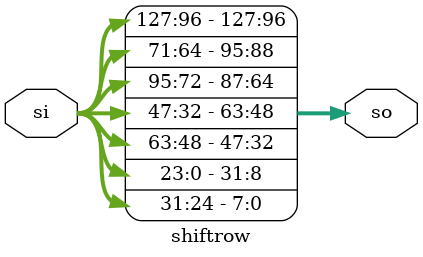
<source format=v>
module shiftrow (/*AUTOARG*/
   // Outputs
   so, si
   ) ;
   output [127:0] so;
   input [127:0] si;

   assign so[127:96] =  si[127:96];
   assign so[ 95:64] = {si[ 71:64],si[95:72]};
   assign so[ 63:32] = {si[ 47:32],si[63:48]};
   assign so[ 31: 0] = {si[ 23: 0],si[31:24]};

endmodule // shiftrows

</source>
